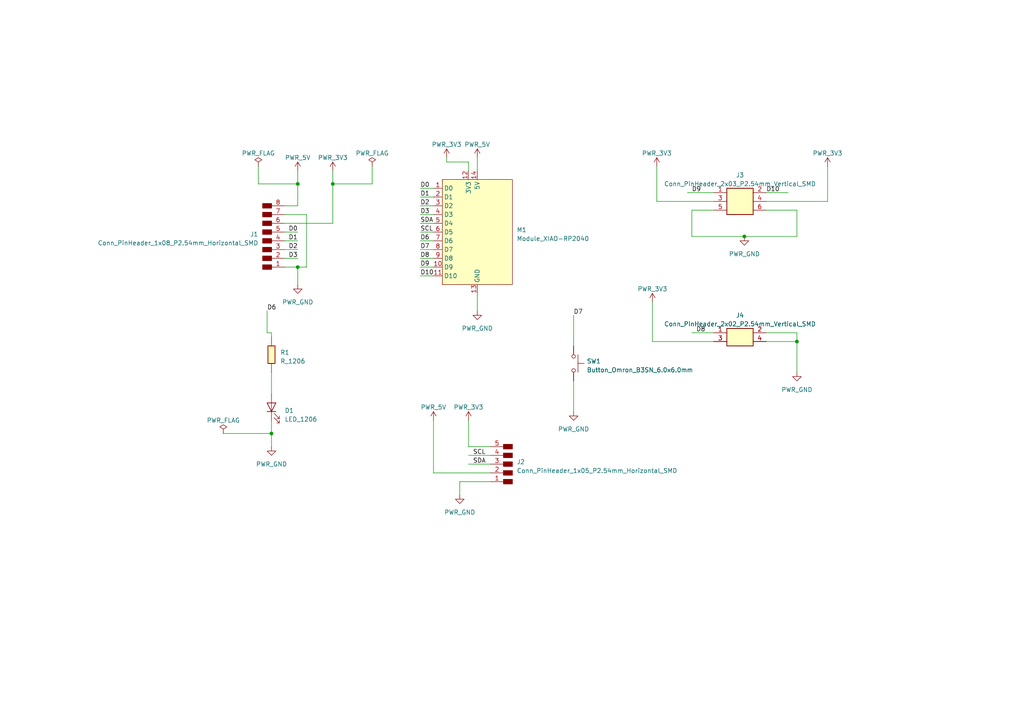
<source format=kicad_sch>
(kicad_sch (version 20230121) (generator eeschema)
  (paper "A4")
  (lib_symbols
    (symbol "fab:Button_Omron_B3SN_6.0x6.0mm" (pin_numbers hide) (pin_names (offset 1.016) hide)
      (property "Reference" "SW" (at 1.27 2.54 0))
      (property "Value" "Button_Omron_B3SN_6.0x6.0mm" (at 0 -1.524 0))
      (symbol "Button_Omron_B3SN_6.0x6.0mm_0_1"
        (circle (center -2.032 0) (radius 0.508))
        (polyline (pts (xy 0 1.27) (xy 0 3.048)))
        (polyline (pts (xy 2.54 1.27) (xy -2.54 1.27)))
        (circle (center 2.032 0) (radius 0.508))
        (pin passive line (at -5.08 0 0) (length 2.54) (name "1") (number "1"))
        (pin passive line (at 5.08 0 180) (length 2.54) (name "2") (number "2"))
      )
    )
    (symbol "fab:Conn_PinHeader_1x05_P2.54mm_Horizontal_SMD" (pin_names hide)
      (property "Reference" "J" (at 0 7.62 0))
      (property "Value" "Conn_PinHeader_1x05_P2.54mm_Horizontal_SMD" (at 0 -7.62 0))
      (symbol "Conn_PinHeader_1x05_P2.54mm_Horizontal_SMD_1_1"
        (rectangle (start -1.27 -4.445) (end 1.27 -5.715) (stroke (width 0.254)) (fill (type outline)))
        (rectangle (start -1.27 -1.905) (end 1.27 -3.175) (stroke (width 0.254)) (fill (type outline)))
        (rectangle (start -1.27 0.635) (end 1.27 -0.635) (stroke (width 0.254)) (fill (type outline)))
        (rectangle (start -1.27 3.175) (end 1.27 1.905) (stroke (width 0.254)) (fill (type outline)))
        (rectangle (start -1.27 5.715) (end 1.27 4.445) (stroke (width 0.254)) (fill (type outline)))
        (pin passive line (at 5.08 5.08 180) (length 3.81) (name "Pin_1") (number "1"))
        (pin passive line (at 5.08 2.54 180) (length 3.81) (name "Pin_2") (number "2"))
        (pin passive line (at 5.08 0 180) (length 3.81) (name "Pin_3") (number "3"))
        (pin passive line (at 5.08 -2.54 180) (length 3.81) (name "Pin_4") (number "4"))
        (pin passive line (at 5.08 -5.08 180) (length 3.81) (name "Pin_5") (number "5"))
      )
    )
    (symbol "fab:Conn_PinHeader_1x08_P2.54mm_Horizontal_SMD" (pin_names hide)
      (property "Reference" "J" (at 0 10.16 0))
      (property "Value" "Conn_PinHeader_1x08_P2.54mm_Horizontal_SMD" (at 0 -12.7 0))
      (symbol "Conn_PinHeader_1x08_P2.54mm_Horizontal_SMD_1_1"
        (rectangle (start -1.27 -9.525) (end 1.27 -10.795) (stroke (width 0.254)) (fill (type outline)))
        (rectangle (start -1.27 -6.985) (end 1.27 -8.255) (stroke (width 0.254)) (fill (type outline)))
        (rectangle (start -1.27 -4.445) (end 1.27 -5.715) (stroke (width 0.254)) (fill (type outline)))
        (rectangle (start -1.27 -1.905) (end 1.27 -3.175) (stroke (width 0.254)) (fill (type outline)))
        (rectangle (start -1.27 0.635) (end 1.27 -0.635) (stroke (width 0.254)) (fill (type outline)))
        (rectangle (start -1.27 3.175) (end 1.27 1.905) (stroke (width 0.254)) (fill (type outline)))
        (rectangle (start -1.27 5.715) (end 1.27 4.445) (stroke (width 0.254)) (fill (type outline)))
        (rectangle (start -1.27 8.255) (end 1.27 6.985) (stroke (width 0.254)) (fill (type outline)))
        (pin passive line (at 5.08 7.62 180) (length 3.81) (name "Pin_1") (number "1"))
        (pin passive line (at 5.08 5.08 180) (length 3.81) (name "Pin_2") (number "2"))
        (pin passive line (at 5.08 2.54 180) (length 3.81) (name "Pin_3") (number "3"))
        (pin passive line (at 5.08 0 180) (length 3.81) (name "Pin_4") (number "4"))
        (pin passive line (at 5.08 -2.54 180) (length 3.81) (name "Pin_5") (number "5"))
        (pin passive line (at 5.08 -5.08 180) (length 3.81) (name "Pin_6") (number "6"))
        (pin passive line (at 5.08 -7.62 180) (length 3.81) (name "Pin_7") (number "7"))
        (pin passive line (at 5.08 -10.16 180) (length 3.81) (name "Pin_8") (number "8"))
      )
    )
    (symbol "fab:Conn_PinHeader_2x02_P2.54mm_Vertical_SMD" (pin_names hide)
      (property "Reference" "J" (at 0 3.81 0))
      (property "Value" "Conn_PinHeader_2x02_P2.54mm_Vertical_SMD" (at 0 -3.81 0))
      (symbol "Conn_PinHeader_2x02_P2.54mm_Vertical_SMD_1_1"
        (rectangle (start -3.81 2.54) (end 3.81 -2.54) (stroke (width 0.254)) (fill (type background)))
        (pin passive line (at -7.62 1.27 0) (length 3.81) (name "Pin_1") (number "1"))
        (pin passive line (at 7.62 1.27 180) (length 3.81) (name "Pin_2") (number "2"))
        (pin passive line (at -7.62 -1.27 0) (length 3.81) (name "Pin_3") (number "3"))
        (pin passive line (at 7.62 -1.27 180) (length 3.81) (name "Pin_4") (number "4"))
      )
    )
    (symbol "fab:Conn_PinHeader_2x03_P2.54mm_Vertical_SMD" (pin_names hide)
      (property "Reference" "J" (at 0 5.08 0))
      (property "Value" "Conn_PinHeader_2x03_P2.54mm_Vertical_SMD" (at 0 -5.08 0))
      (symbol "Conn_PinHeader_2x03_P2.54mm_Vertical_SMD_1_1"
        (rectangle (start -3.81 3.81) (end 3.81 -3.81) (stroke (width 0.254)) (fill (type background)))
        (pin passive line (at -7.62 2.54 0) (length 3.81) (name "Pin_1") (number "1"))
        (pin passive line (at 7.62 2.54 180) (length 3.81) (name "Pin_2") (number "2"))
        (pin passive line (at -7.62 0 0) (length 3.81) (name "Pin_3") (number "3"))
        (pin passive line (at 7.62 0 180) (length 3.81) (name "Pin_4") (number "4"))
        (pin passive line (at -7.62 -2.54 0) (length 3.81) (name "Pin_5") (number "5"))
        (pin passive line (at 7.62 -2.54 180) (length 3.81) (name "Pin_6") (number "6"))
      )
    )
    (symbol "fab:LED_1206" (pin_numbers hide) (pin_names (offset 1.016) hide)
      (property "Reference" "D" (at 0 2.54 0))
      (property "Value" "LED_1206" (at 0 -2.54 0))
      (symbol "LED_1206_0_1"
        (polyline (pts (xy -1.27 -1.27) (xy -1.27 1.27)) (stroke (width 0.2032)))
        (polyline (pts (xy -1.27 0) (xy 1.27 0)))
        (polyline (pts (xy 1.27 -1.27) (xy 1.27 1.27) (xy -1.27 0) (xy 1.27 -1.27)) (stroke (width 0.2032)))
        (polyline (pts (xy -3.048 -0.762) (xy -4.572 -2.286) (xy -3.81 -2.286) (xy -4.572 -2.286) (xy -4.572 -1.524)))
        (polyline (pts (xy -1.778 -0.762) (xy -3.302 -2.286) (xy -2.54 -2.286) (xy -3.302 -2.286) (xy -3.302 -1.524)))
      )
      (symbol "LED_1206_1_1"
        (pin passive line (at -3.81 0 0) (length 2.54) (name "K") (number "1"))
        (pin passive line (at 3.81 0 180) (length 2.54) (name "A") (number "2"))
      )
    )
    (symbol "fab:Module_XIAO-RP2040"
      (property "Reference" "M" (at 0 0 0))
      (property "Value" "Module_XIAO-RP2040" (at 0 2.54 0))
      (symbol "Module_XIAO-RP2040_0_1"
        (rectangle (start -10.16 15.24) (end 10.16 -15.24) (fill (type background)))
      )
      (symbol "Module_XIAO-RP2040_1_1"
        (pin bidirectional line (at -12.7 12.7 0) (length 2.54) (name "D0") (number "1"))
        (pin bidirectional line (at -12.7 -10.16 0) (length 2.54) (name "D9") (number "10"))
        (pin bidirectional line (at -12.7 -12.7 0) (length 2.54) (name "D10") (number "11"))
        (pin power_in line (at -2.54 17.78 270) (length 2.54) (name "3V3") (number "12"))
        (pin power_in line (at 0 -17.78 90) (length 2.54) (name "GND") (number "13"))
        (pin power_in line (at 0 17.78 270) (length 2.54) (name "5V") (number "14"))
        (pin bidirectional line (at -12.7 10.16 0) (length 2.54) (name "D1") (number "2"))
        (pin bidirectional line (at -12.7 7.62 0) (length 2.54) (name "D2") (number "3"))
        (pin bidirectional line (at -12.7 5.08 0) (length 2.54) (name "D3") (number "4"))
        (pin bidirectional line (at -12.7 2.54 0) (length 2.54) (name "D4") (number "5"))
        (pin bidirectional line (at -12.7 0 0) (length 2.54) (name "D5") (number "6"))
        (pin bidirectional line (at -12.7 -2.54 0) (length 2.54) (name "D6") (number "7"))
        (pin bidirectional line (at -12.7 -5.08 0) (length 2.54) (name "D7") (number "8"))
        (pin bidirectional line (at -12.7 -7.62 0) (length 2.54) (name "D8") (number "9"))
      )
    )
    (symbol "fab:PWR_3V3" (power) (pin_names (offset 0))
      (property "Value" "PWR_3V3" (at 0 3.556 0))
      (symbol "PWR_3V3_0_1"
        (polyline (pts (xy -0.762 1.27) (xy 0 2.54)))
        (polyline (pts (xy 0 0) (xy 0 2.54)))
        (polyline (pts (xy 0 2.54) (xy 0.762 1.27)))
      )
      (symbol "PWR_3V3_1_1"
        (pin power_in line (at 0 0 90) (length 0) hide (name "PWR_3V3") (number "1"))
      )
    )
    (symbol "fab:PWR_5V" (power) (pin_names (offset 0))
      (property "Value" "PWR_5V" (at 0 3.556 0))
      (symbol "PWR_5V_0_1"
        (polyline (pts (xy -0.762 1.27) (xy 0 2.54)))
        (polyline (pts (xy 0 0) (xy 0 2.54)))
        (polyline (pts (xy 0 2.54) (xy 0.762 1.27)))
      )
      (symbol "PWR_5V_1_1"
        (pin power_in line (at 0 0 90) (length 0) hide (name "PWR_5V") (number "1"))
      )
    )
    (symbol "fab:PWR_FLAG" (power) (pin_numbers hide) (pin_names (offset 0) hide)
      (property "Value" "PWR_FLAG" (at 0 3.81 0))
      (symbol "PWR_FLAG_0_0"
        (pin power_out line (at 0 0 90) (length 0) (name "PWR_FLAG") (number "1"))
      )
      (symbol "PWR_FLAG_0_1"
        (polyline (pts (xy 0 0) (xy 0 1.27) (xy -1.016 1.905) (xy 0 2.54) (xy 1.016 1.905) (xy 0 1.27)))
      )
    )
    (symbol "fab:PWR_GND" (power) (pin_names (offset 0))
      (property "Value" "PWR_GND" (at 0 -3.81 0))
      (symbol "PWR_GND_0_1"
        (polyline (pts (xy 0 0) (xy 0 -1.27) (xy 1.27 -1.27) (xy 0 -2.54) (xy -1.27 -1.27) (xy 0 -1.27)))
      )
      (symbol "PWR_GND_1_1"
        (pin power_in line (at 0 0 270) (length 0) hide (name "PWR_GND") (number "1"))
      )
    )
    (symbol "fab:R_1206" (pin_numbers hide) (pin_names (offset 0))
      (property "Reference" "R" (at 2.54 0 90))
      (property "Value" "R_1206" (at -2.54 0 90))
      (symbol "R_1206_0_1"
        (rectangle (start -1.016 -2.54) (end 1.016 2.54) (stroke (width 0.254)) (fill (type background)))
      )
      (symbol "R_1206_1_1"
        (pin passive line (at 0 5.08 270) (length 2.54) (name "~") (number "1"))
        (pin passive line (at 0 -5.08 90) (length 2.54) (name "~") (number "2"))
      )
    )
  )
  (junction (at 86.36 53.34))
  (junction (at 231.14 99.06))
  (junction (at 215.9 68.58))
  (junction (at 78.74 125.73))
  (junction (at 86.36 77.47))
  (junction (at 96.52 53.34))
  (wire (pts (xy 199.39 55.88) (xy 207.01 55.88)))
  (wire (pts (xy 88.9 77.47) (xy 88.9 62.23)))
  (wire (pts (xy 129.54 45.72) (xy 129.54 46.99)))
  (wire (pts (xy 240.03 58.42) (xy 240.03 48.26)))
  (wire (pts (xy 222.25 60.96) (xy 231.14 60.96)))
  (wire (pts (xy 200.66 60.96) (xy 200.66 68.58)))
  (wire (pts (xy 207.01 58.42) (xy 190.5 58.42)))
  (wire (pts (xy 96.52 53.34) (xy 107.95 53.34)))
  (wire (pts (xy 64.77 125.73) (xy 78.74 125.73)))
  (wire (pts (xy 166.37 91.44) (xy 166.37 100.33)))
  (wire (pts (xy 231.14 96.52) (xy 231.14 99.06)))
  (wire (pts (xy 231.14 99.06) (xy 231.14 107.95)))
  (wire (pts (xy 96.52 64.77) (xy 96.52 53.34)))
  (wire (pts (xy 86.36 74.93) (xy 82.55 74.93)))
  (wire (pts (xy 86.36 67.31) (xy 82.55 67.31)))
  (wire (pts (xy 231.14 60.96) (xy 231.14 68.58)))
  (wire (pts (xy 189.23 99.06) (xy 189.23 87.63)))
  (wire (pts (xy 121.92 59.69) (xy 125.73 59.69)))
  (wire (pts (xy 207.01 60.96) (xy 200.66 60.96)))
  (wire (pts (xy 231.14 68.58) (xy 215.9 68.58)))
  (wire (pts (xy 86.36 59.69) (xy 86.36 53.34)))
  (wire (pts (xy 78.74 96.52) (xy 78.74 97.79)))
  (wire (pts (xy 222.25 58.42) (xy 240.03 58.42)))
  (wire (pts (xy 82.55 64.77) (xy 96.52 64.77)))
  (wire (pts (xy 200.66 96.52) (xy 207.01 96.52)))
  (wire (pts (xy 86.36 82.55) (xy 86.36 77.47)))
  (wire (pts (xy 78.74 125.73) (xy 78.74 129.54)))
  (wire (pts (xy 121.92 74.93) (xy 125.73 74.93)))
  (wire (pts (xy 133.35 139.7) (xy 142.24 139.7)))
  (wire (pts (xy 135.89 132.08) (xy 142.24 132.08)))
  (wire (pts (xy 222.25 99.06) (xy 231.14 99.06)))
  (wire (pts (xy 138.43 85.09) (xy 138.43 90.17)))
  (wire (pts (xy 121.92 69.85) (xy 125.73 69.85)))
  (wire (pts (xy 142.24 129.54) (xy 135.89 129.54)))
  (wire (pts (xy 121.92 54.61) (xy 125.73 54.61)))
  (wire (pts (xy 121.92 62.23) (xy 125.73 62.23)))
  (wire (pts (xy 82.55 59.69) (xy 86.36 59.69)))
  (wire (pts (xy 78.74 121.92) (xy 78.74 125.73)))
  (wire (pts (xy 135.89 134.62) (xy 142.24 134.62)))
  (wire (pts (xy 138.43 45.72) (xy 138.43 49.53)))
  (wire (pts (xy 121.92 57.15) (xy 125.73 57.15)))
  (wire (pts (xy 121.92 80.01) (xy 125.73 80.01)))
  (wire (pts (xy 86.36 53.34) (xy 86.36 49.53)))
  (wire (pts (xy 77.47 96.52) (xy 78.74 96.52)))
  (wire (pts (xy 77.47 90.17) (xy 77.47 96.52)))
  (wire (pts (xy 107.95 53.34) (xy 107.95 48.26)))
  (wire (pts (xy 74.93 53.34) (xy 74.93 48.26)))
  (wire (pts (xy 121.92 77.47) (xy 125.73 77.47)))
  (wire (pts (xy 129.54 46.99) (xy 135.89 46.99)))
  (wire (pts (xy 88.9 77.47) (xy 86.36 77.47)))
  (wire (pts (xy 222.25 96.52) (xy 231.14 96.52)))
  (wire (pts (xy 86.36 72.39) (xy 82.55 72.39)))
  (wire (pts (xy 222.25 55.88) (xy 228.6 55.88)))
  (wire (pts (xy 166.37 110.49) (xy 166.37 119.38)))
  (wire (pts (xy 121.92 64.77) (xy 125.73 64.77)))
  (wire (pts (xy 82.55 77.47) (xy 86.36 77.47)))
  (wire (pts (xy 200.66 68.58) (xy 215.9 68.58)))
  (wire (pts (xy 135.89 46.99) (xy 135.89 49.53)))
  (wire (pts (xy 86.36 53.34) (xy 74.93 53.34)))
  (wire (pts (xy 86.36 69.85) (xy 82.55 69.85)))
  (wire (pts (xy 121.92 72.39) (xy 125.73 72.39)))
  (wire (pts (xy 125.73 137.16) (xy 125.73 121.92)))
  (wire (pts (xy 78.74 107.95) (xy 78.74 114.3)))
  (wire (pts (xy 207.01 99.06) (xy 189.23 99.06)))
  (wire (pts (xy 88.9 62.23) (xy 82.55 62.23)))
  (wire (pts (xy 133.35 139.7) (xy 133.35 143.51)))
  (wire (pts (xy 142.24 137.16) (xy 125.73 137.16)))
  (wire (pts (xy 121.92 67.31) (xy 125.73 67.31)))
  (wire (pts (xy 135.89 129.54) (xy 135.89 121.92)))
  (wire (pts (xy 190.5 48.26) (xy 190.5 58.42)))
  (wire (pts (xy 96.52 53.34) (xy 96.52 49.53)))
  (label "D9" (at 121.92 77.47 0))
  (label "D8" (at 201.93 96.52 0))
  (label "D8" (at 121.92 74.93 0))
  (label "SDA" (at 137.16 134.62 0))
  (label "D1" (at 86.36 69.85 180))
  (label "D10" (at 121.92 80.01 0))
  (label "D10" (at 222.25 55.88 0))
  (label "D0" (at 86.36 67.31 180))
  (label "SCL" (at 137.16 132.08 0))
  (label "D6" (at 121.92 69.85 0))
  (label "D2" (at 86.36 72.39 180))
  (label "SDA" (at 121.92 64.77 0))
  (label "D2" (at 121.92 59.69 0))
  (label "D6" (at 77.47 90.17 0))
  (label "D7" (at 166.37 91.44 0))
  (label "D1" (at 121.92 57.15 0))
  (label "D3" (at 86.36 74.93 180))
  (label "D0" (at 121.92 54.61 0))
  (label "D7" (at 121.92 72.39 0))
  (label "D3" (at 121.92 62.23 0))
  (label "D9" (at 200.66 55.88 0))
  (label "SCL" (at 121.92 67.31 0))
  (symbol (lib_id "fab:PWR_FLAG") (at 64.77 125.73 0) (unit 1)
    (property "Reference" "#FLG03" (effects hide))
    (property "Value" "PWR_FLAG" (at 64.77 121.92 0))
  )
  (symbol (lib_id "fab:PWR_5V") (at 138.43 45.72 0) (unit 1)
    (property "Reference" "#PWR02" (effects hide))
    (property "Value" "PWR_5V" (at 138.43 41.91 0))
  )
  (symbol (lib_id "fab:PWR_GND") (at 86.36 82.55 0) (unit 1)
    (property "Reference" "#PWR011" (effects hide))
    (property "Value" "PWR_GND" (at 86.36 87.63 0))
  )
  (symbol (lib_id "fab:PWR_GND") (at 215.9 68.58 0) (unit 1)
    (property "Reference" "#PWR015" (effects hide))
    (property "Value" "PWR_GND" (at 215.9 73.66 0))
  )
  (symbol (lib_id "fab:PWR_3V3") (at 190.5 48.26 0) (unit 1)
    (property "Reference" "#PWR05" (effects hide))
    (property "Value" "PWR_3V3" (at 190.5 44.45 0))
  )
  (symbol (lib_id "fab:PWR_5V") (at 125.73 121.92 0) (unit 1)
    (property "Reference" "#PWR010" (effects hide))
    (property "Value" "PWR_5V" (at 125.73 118.11 0))
  )
  (symbol (lib_id "fab:Conn_PinHeader_1x05_P2.54mm_Horizontal_SMD") (at 147.32 134.62 180) (unit 1)
    (property "Reference" "J2" (at 149.86 133.985 0) (effects (justify right)))
    (property "Value" "Conn_PinHeader_1x05_P2.54mm_Horizontal_SMD" (at 149.86 136.525 0) (effects (justify right)))
    (property "Footprint" "fab:PinHeader_1x05_P2.54mm_Horizontal_SMD" (effects hide))
  )
  (symbol (lib_id "fab:PWR_3V3") (at 129.54 45.72 0) (unit 1)
    (property "Reference" "#PWR04" (effects hide))
    (property "Value" "PWR_3V3" (at 129.54 41.91 0))
  )
  (symbol (lib_id "fab:PWR_5V") (at 86.36 49.53 0) (unit 1)
    (property "Reference" "#PWR09" (effects hide))
    (property "Value" "PWR_5V" (at 86.36 45.72 0))
  )
  (symbol (lib_id "fab:PWR_GND") (at 138.43 90.17 0) (unit 1)
    (property "Reference" "#PWR03" (effects hide))
    (property "Value" "PWR_GND" (at 138.43 95.25 0))
  )
  (symbol (lib_id "fab:Conn_PinHeader_2x02_P2.54mm_Vertical_SMD") (at 214.63 97.79 0) (unit 1)
    (property "Reference" "J4" (at 214.63 91.44 0))
    (property "Value" "Conn_PinHeader_2x02_P2.54mm_Vertical_SMD" (at 214.63 93.98 0))
    (property "Footprint" "fab:PinHeader_2x02_P2.54mm_Vertical_SMD" (effects hide))
    (property "Datasheet" "https://cdn.amphenol-icc.com/media/wysiwyg/files/drawing/95278.pdf" (effects hide))
  )
  (symbol (lib_id "fab:PWR_3V3") (at 240.03 48.26 0) (unit 1)
    (property "Reference" "#PWR06" (effects hide))
    (property "Value" "PWR_3V3" (at 240.03 44.45 0))
  )
  (symbol (lib_id "fab:PWR_GND") (at 231.14 107.95 0) (unit 1)
    (property "Reference" "#PWR013" (effects hide))
    (property "Value" "PWR_GND" (at 231.14 113.03 0))
  )
  (symbol (lib_id "fab:PWR_3V3") (at 96.52 49.53 0) (unit 1)
    (property "Reference" "#PWR01" (effects hide))
    (property "Value" "PWR_3V3" (at 96.52 45.72 0))
  )
  (symbol (lib_id "fab:Conn_PinHeader_2x03_P2.54mm_Vertical_SMD") (at 214.63 58.42 0) (unit 1)
    (property "Reference" "J3" (at 214.63 50.8 0))
    (property "Value" "Conn_PinHeader_2x03_P2.54mm_Vertical_SMD" (at 214.63 53.34 0))
    (property "Footprint" "fab:PinHeader_2x03_P2.54mm_Vertical_SMD" (effects hide))
    (property "Datasheet" "https://cdn.amphenol-icc.com/media/wysiwyg/files/drawing/95278.pdf" (effects hide))
  )
  (symbol (lib_id "fab:PWR_3V3") (at 135.89 121.92 0) (unit 1)
    (property "Reference" "#PWR08" (effects hide))
    (property "Value" "PWR_3V3" (at 135.89 118.11 0))
  )
  (symbol (lib_id "fab:R_1206") (at 78.74 102.87 0) (unit 1)
    (property "Reference" "R1" (at 81.28 102.235 0) (effects (justify left)))
    (property "Value" "R_1206" (at 81.28 104.775 0) (effects (justify left)))
    (property "Footprint" "fab:R_1206" (effects hide))
  )
  (symbol (lib_id "fab:PWR_FLAG") (at 107.95 48.26 0) (unit 1)
    (property "Reference" "#FLG02" (effects hide))
    (property "Value" "PWR_FLAG" (at 107.95 44.45 0))
  )
  (symbol (lib_id "fab:Button_Omron_B3SN_6.0x6.0mm") (at 166.37 105.41 270) (unit 1)
    (property "Reference" "SW1" (at 170.18 104.775 90) (effects (justify left)))
    (property "Value" "Button_Omron_B3SN_6.0x6.0mm" (at 170.18 107.315 90) (effects (justify left)))
    (property "Footprint" "fab:Button_Omron_B3SN_6.0x6.0mm" (effects hide))
    (property "Datasheet" "https://omronfs.omron.com/en_US/ecb/products/pdf/en-b3sn.pdf" (effects hide))
  )
  (symbol (lib_id "fab:PWR_GND") (at 166.37 119.38 0) (unit 1)
    (property "Reference" "#PWR014" (effects hide))
    (property "Value" "PWR_GND" (at 166.37 124.46 0))
  )
  (symbol (lib_id "fab:Module_XIAO-RP2040") (at 138.43 67.31 0) (unit 1)
    (property "Reference" "M1" (at 149.86 66.675 0) (effects (justify left)))
    (property "Value" "Module_XIAO-RP2040" (at 149.86 69.215 0) (effects (justify left)))
    (property "Footprint" "own_library:XIAO_socket" (effects hide))
    (property "Datasheet" "https://wiki.seeedstudio.com/XIAO-RP2040/" (effects hide))
  )
  (symbol (lib_id "fab:PWR_3V3") (at 189.23 87.63 0) (unit 1)
    (property "Reference" "#PWR07" (effects hide))
    (property "Value" "PWR_3V3" (at 189.23 83.82 0))
  )
  (symbol (lib_id "fab:Conn_PinHeader_1x08_P2.54mm_Horizontal_SMD") (at 77.47 69.85 0) (mirror x) (unit 1)
    (property "Reference" "J1" (at 74.93 67.945 0) (effects (justify right)))
    (property "Value" "Conn_PinHeader_1x08_P2.54mm_Horizontal_SMD" (at 74.93 70.485 0) (effects (justify right)))
    (property "Footprint" "fab:PinHeader_1x08_P2.54mm_Horizontal_SMD" (effects hide))
  )
  (symbol (lib_id "fab:PWR_FLAG") (at 74.93 48.26 0) (unit 1)
    (property "Reference" "#FLG01" (effects hide))
    (property "Value" "PWR_FLAG" (at 74.93 44.45 0))
  )
  (symbol (lib_id "fab:LED_1206") (at 78.74 118.11 90) (unit 1)
    (property "Reference" "D1" (at 82.55 119.0752 90) (effects (justify right)))
    (property "Value" "LED_1206" (at 82.55 121.6152 90) (effects (justify right)))
    (property "Footprint" "fab:LED_1206" (effects hide))
    (property "Datasheet" "https://optoelectronics.liteon.com/upload/download/DS-22-98-0002/LTST-C150CKT.pdf" (effects hide))
  )
  (symbol (lib_id "fab:PWR_GND") (at 78.74 129.54 0) (unit 1)
    (property "Reference" "#PWR012" (effects hide))
    (property "Value" "PWR_GND" (at 78.74 134.62 0))
  )
  (symbol (lib_id "fab:PWR_GND") (at 133.35 143.51 0) (unit 1)
    (property "Reference" "#PWR016" (effects hide))
    (property "Value" "PWR_GND" (at 133.35 148.59 0))
  )
)
</source>
